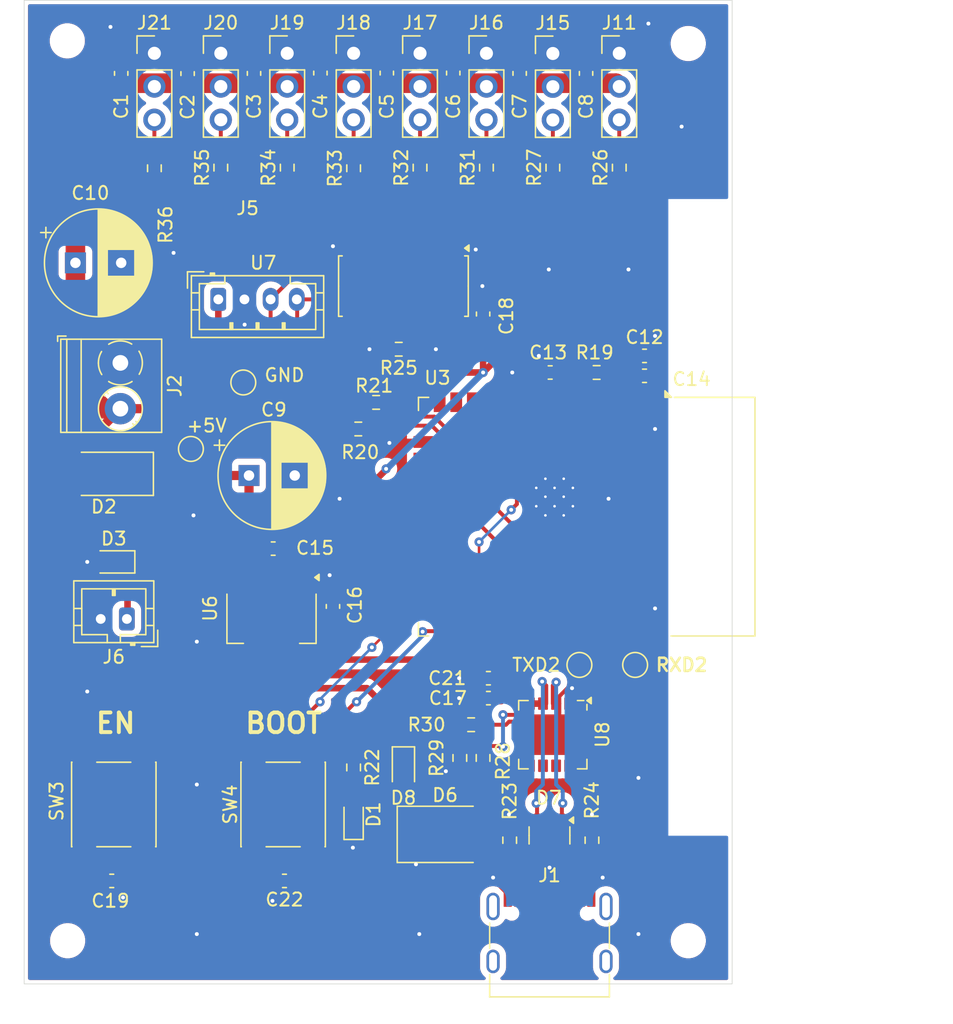
<source format=kicad_pcb>
(kicad_pcb (version 20240108) (generator "pcbnew") (generator_version "8.0")
  (layers (0 "F.Cu" signal) (31 "B.Cu" power) (34 "B.Paste" user) (35 "F.Paste" user) (36 "B.SilkS" user "B.Silkscreen") (37 "F.SilkS" user "F.Silkscreen") (38 "B.Mask" user) (39 "F.Mask" user) (44 "Edge.Cuts" user))
  (net 0 "")
  (net 1 "GND")
  (net 2 "+3.3V")
  (net 3 "+5V")
  (net 4 "/ESP32-VROOM32/EN")
  (net 5 "/Power/5V_USB")
  (net 6 "/ESP32-VROOM32/IO0")
  (net 7 "Net-(D1-A)")
  (net 8 "/USB to UART/VBUS")
  (net 9 "/USB to UART/USB_D+")
  (net 10 "/USB to UART/USB_D-")
  (net 12 "Net-(J1-CC1)")
  (net 16 "Net-(J1-CC2)")
  (net 19 "/ESP32-VROOM32/SDA")
  (net 20 "/ESP32-VROOM32/SCL")
  (net 21 "Net-(J11-Pin_3)")
  (net 22 "Net-(J15-Pin_3)")
  (net 23 "Net-(J16-Pin_3)")
  (net 24 "Net-(J17-Pin_3)")
  (net 25 "Net-(J18-Pin_3)")
  (net 26 "Net-(J19-Pin_3)")
  (net 27 "Net-(J20-Pin_3)")
  (net 28 "Net-(J21-Pin_3)")
  (net 29 "Net-(U7-~{OE})")
  (net 30 "/Servos driver/PWM0")
  (net 31 "/Servos driver/PWM1")
  (net 32 "Net-(U8-~{RST})")
  (net 33 "/Servos driver/PWM2")
  (net 34 "/Servos driver/PWM3")
  (net 35 "/Servos driver/PWM4")
  (net 36 "/Servos driver/PWM5")
  (net 37 "/Servos driver/PWM6")
  (net 38 "/Servos driver/PWM7")
  (net 39 "/ESP32-VROOM32/TXD")
  (net 40 "/ESP32-VROOM32/RXD")
  (net 86 "RTS")
  (net 95 "DTR")
  (footprint "Diode_SMD:D_SOD-323" (layer "F.Cu") (at 150.171 116.772 -90)
    (property "Reference" "D8")
    (property "Value" "1N5819WS")
  )
  (footprint "Connector_USB:USB_C_Receptacle_G-Switch_GT-USB-7010ASV" (layer "F.Cu") (at 161.347 130.488)
    (property "Reference" "J1")
    (property "Value" "USB_C_Receptacle_USB2.0_16P")
  )
  (footprint "TestPoint:TestPoint_Pad_D1.5mm" (layer "F.Cu") (at 163.633 108.898)
    (property "Reference" "TXD2")
    (property "Value" "TestPoint")
  )
  (footprint "Capacitor_THT:CP_Radial_D8.0mm_P3.50mm" (layer "F.Cu") (at 138.358349 94.42)
    (property "Reference" "C9")
    (property "Value" "470uF")
  )
  (footprint "Package_DFN_QFN:QFN-28-1EP_5x5mm_P0.5mm_EP3.1x3.1mm" (layer "F.Cu") (at 161.597 114.232 -90)
    (property "Reference" "U8")
    (property "Value" "CP2102N-Axx-xQFN28")
  )
  (footprint "Resistor_SMD:R_0603_1608Metric" (layer "F.Cu") (at 158.299 122.297 -90)
    (property "Reference" "R23")
    (property "Value" "5K1")
  )
  (footprint "Connector_JST:JST_PH_B2B-PH-K_1x02_P2.00mm_Vertical" (layer "F.Cu") (at 129.016 105.384 180)
    (property "Reference" "J6")
    (property "Value" "Conn_01x02_Pin")
  )
  (footprint "Resistor_SMD:R_0603_1608Metric_Pad0.98x0.95mm_HandSolder" (layer "F.Cu") (at 148.082 88.832 180)
    (property "Reference" "R21")
    (property "Value" "4K7")
  )
  (footprint "Capacitor_THT:CP_Radial_D8.0mm_P3.50mm" (layer "F.Cu") (at 125.081 78.164)
    (property "Reference" "C10")
    (property "Value" "470uF")
  )
  (footprint "Button_Switch_SMD:SW_Push_1P1T_NO_6x6mm_H9.5mm" (layer "F.Cu") (at 140.97 119.566 90)
    (property "Reference" "SW4")
    (property "Value" "SW_Push")
  )
  (footprint "Connector_PinHeader_2.54mm:PinHeader_1x03_P2.54mm_Vertical" (layer "F.Cu") (at 146.361 62.147)
    (property "Reference" "J18")
    (property "Value" "Conn_01x03_Pin")
  )
  (footprint "Capacitor_SMD:C_0603_1608Metric" (layer "F.Cu") (at 133.661 63.699 -90)
    (property "Reference" "C2")
    (property "Value" "22uF")
  )
  (footprint "Diode_SMD:D_SMB" (layer "F.Cu") (at 153.355 121.852)
    (property "Reference" "D6")
    (property "Value" "P6SMB6.8CA")
  )
  (footprint "Capacitor_SMD:C_0603_1608Metric_Pad1.08x0.95mm_HandSolder" (layer "F.Cu") (at 127.8585 125.408)
    (property "Reference" "C19")
    (property "Value" "0.1uF")
  )
  (footprint "Capacitor_SMD:C_0603_1608Metric" (layer "F.Cu") (at 128.581 63.684 -90)
    (property "Reference" "C1")
    (property "Value" "22uF")
  )
  (footprint "Package_SO:TSSOP-28_4.4x9.7mm_P0.65mm" (layer "F.Cu") (at 150.171 79.942 -90)
    (property "Reference" "U7")
    (property "Value" "PCA9685PW")
  )
  (footprint "Capacitor_SMD:C_0603_1608Metric" (layer "F.Cu") (at 138.741 63.684 -90)
    (property "Reference" "C3")
    (property "Value" "22uF")
  )
  (footprint "Connector_PinHeader_2.54mm:PinHeader_1x03_P2.54mm_Vertical" (layer "F.Cu") (at 151.441 62.147)
    (property "Reference" "J17")
    (property "Value" "Conn_01x03_Pin")
  )
  (footprint "Connector_PinHeader_2.54mm:PinHeader_1x03_P2.54mm_Vertical" (layer "F.Cu") (at 166.681 62.147)
    (property "Reference" "J11")
    (property "Value" "Conn_01x03_Pin")
  )
  (footprint "Resistor_SMD:R_0603_1608Metric_Pad0.98x0.95mm_HandSolder" (layer "F.Cu") (at 149.8135 84.768 180)
    (property "Reference" "R25")
    (property "Value" "10K")
  )
  (footprint "Resistor_SMD:R_0603_1608Metric" (layer "F.Cu") (at 164.592 122.297 90)
    (property "Reference" "R24")
    (property "Value" "5K1")
  )
  (footprint "MountingHole:MountingHole_2.2mm_M2" (layer "F.Cu") (at 124.4854 129.98)
    (property "Reference" "H4" (hide yes))
    (property "Value" "MountingHole")
  )
  (footprint "Resistor_SMD:R_0603_1608Metric_Pad0.98x0.95mm_HandSolder" (layer "F.Cu") (at 161.601 70.8865 90)
    (property "Reference" "R27")
    (property "Value" "220R")
  )
  (footprint "Resistor_SMD:R_0603_1608Metric_Pad0.98x0.95mm_HandSolder" (layer "F.Cu") (at 164.9495 86.546 180)
    (property "Reference" "R19")
    (property "Value" "10K")
  )
  (footprint "MountingHole:MountingHole_2.2mm_M2" (layer "F.Cu") (at 171.958 129.98)
    (property "Reference" "H3" (hide yes))
    (property "Value" "MountingHole")
  )
  (footprint "TestPoint:TestPoint_Pad_D1.5mm" (layer "F.Cu") (at 137.922 87.308)
    (property "Reference" "GND")
    (property "Value" "TestPoint")
  )
  (footprint "MountingHole:MountingHole_2.2mm_M2" (layer "F.Cu") (at 171.958 61.4)
    (property "Reference" "H2" (hide yes))
    (property "Value" "MountingHole")
  )
  (footprint "Resistor_SMD:R_0603_1608Metric_Pad0.98x0.95mm_HandSolder" (layer "F.Cu") (at 146.361 70.9335 90)
    (property "Reference" "R33")
    (property "Value" "220R")
  )
  (footprint "Capacitor_SMD:C_0603_1608Metric_Pad1.08x0.95mm_HandSolder" (layer "F.Cu") (at 141.0705 125.408 180)
    (property "Reference" "C22")
    (property "Value" "0.1uF")
  )
  (footprint "Diode_SMD:D_SOD-323" (layer "F.Cu") (at 128.016 101.024 180)
    (property "Reference" "D3")
    (property "Value" "1N5819WS")
  )
  (footprint "Capacitor_SMD:C_0603_1608Metric" (layer "F.Cu") (at 153.981 63.658 -90)
    (property "Reference" "C6")
    (property "Value" "22uF")
  )
  (footprint "Diode_SMD:D_SMA" (layer "F.Cu") (at 127.535 94.293 180)
    (property "Reference" "D2")
    (property "Value" "SS54")
  )
  (footprint "Resistor_SMD:R_0603_1608Metric_Pad0.98x0.95mm_HandSolder" (layer "F.Cu") (at 166.681 70.8865 90)
    (property "Reference" "R26")
    (property "Value" "220R")
  )
  (footprint "Resistor_SMD:R_0603_1608Metric_Pad0.98x0.95mm_HandSolder" (layer "F.Cu") (at 136.201 70.8865 90)
    (property "Reference" "R35")
    (property "Value" "220R")
  )
  (footprint "Connector_PinHeader_2.54mm:PinHeader_1x03_P2.54mm_Vertical" (layer "F.Cu") (at 141.281 62.147)
    (property "Reference" "J19")
    (property "Value" "Conn_01x03_Pin")
  )
  (footprint "LED_SMD:LED_0603_1608Metric_Pad1.05x0.95mm_HandSolder" (layer "F.Cu") (at 146.361 120.582 90)
    (property "Reference" "D1")
    (property "Value" "LED")
  )
  (footprint "Capacitor_SMD:C_0603_1608Metric" (layer "F.Cu") (at 143.821 63.658 -90)
    (property "Reference" "C4")
    (property "Value" "22uF")
  )
  (footprint "MountingHole:MountingHole_2.2mm_M2" (layer "F.Cu") (at 124.46 61.1968)
    (property "Reference" "H1" (hide yes))
    (property "Value" "MountingHole")
  )
  (footprint "TerminalBlock_Phoenix:TerminalBlock_Phoenix_PT-1,5-2-3.5-H_1x02_P3.50mm_Horizontal" (layer "F.Cu") (at 128.519 85.812 -90)
    (property "Reference" "J2")
    (property "Value" "Screw_Terminal_01x02")
  )
  (footprint "Capacitor_SMD:C_0603_1608Metric_Pad1.08x0.95mm_HandSolder" (layer "F.Cu") (at 168.6125 86.8)
    (property "Reference" "C14")
    (property "Value" "0.1uF")
  )
  (footprint "Capacitor_SMD:C_0603_1608Metric" (layer "F.Cu") (at 164.141 63.684 -90)
    (property "Reference" "C8")
    (property "Value" "22uF")
  )
  (footprint "Capacitor_SMD:C_0603_1608Metric" (layer "F.Cu") (at 159.061 63.684 -90)
    (property "Reference" "C7")
    (property "Value" "22uF")
  )
  (footprint "Resistor_SMD:R_0603_1608Metric_Pad0.98x0.95mm_HandSolder" (layer "F.Cu") (at 146.361 116.7345 -90)
    (property "Reference" "R22")
    (property "Value" "2K")
  )
  (footprint "Package_TO_SOT_SMD:SOT-23" (layer "F.Cu") (at 161.343 121.9305 -90)
    (property "Reference" "D7")
    (property "Value" "SM712_SOT23")
  )
  (footprint "Resistor_SMD:R_0603_1608Metric_Pad0.98x0.95mm_HandSolder" (layer "F.Cu") (at 156.263 116.01 -90)
    (property "Reference" "R28")
    (property "Value" "22K")
  )
  (footprint "Capacitor_SMD:C_0603_1608Metric" (layer "F.Cu") (at 140.209 100.008)
    (property "Reference" "C15")
    (property "Value" "22uF")
  )
  (footprint "Resistor_SMD:R_0603_1608Metric_Pad0.98x0.95mm_HandSolder" (layer "F.Cu") (at 155.3505 113.47)
    (property "Reference" "R30")
    (property "Value" "2K")
  )
  (footprint "Resistor_SMD:R_0603_1608Metric_Pad0.98x0.95mm_HandSolder" (layer "F.Cu") (at 141.281 70.8865 90)
    (property "Reference" "R34")
    (property "Value" "220R")
  )
  (footprint "Capacitor_SMD:C_0603_1608Metric" (layer "F.Cu") (at 156.6705 111.438 180)
    (property "Reference" "C17")
    (property "Value" "22uF")
  )
  (footprint "Package_TO_SOT_SMD:SOT-223-3_TabPin2" (layer "F.Cu") (at 140.080349 105.342 -90)
    (property "Reference" "U6")
    (property "Value" "AMS1117-3.3")
  )
  (footprint "Connector_JST:JST_PH_B4B-PH-K_1x04_P2.00mm_Vertical" (layer "F.Cu") (at 136.011 80.958)
    (property "Reference" "J5")
    (property "Value" "Conn_01x04_Socket")
  )
  (footprint "Connector_PinHeader_2.54mm:PinHeader_1x03_P2.54mm_Vertical" (layer "F.Cu") (at 161.601 62.162)
    (property "Reference" "J15")
    (property "Value" "Conn_01x03_Pin")
  )
  (footprint "Resistor_SMD:R_0603_1608Metric_Pad0.98x0.95mm_HandSolder" (layer "F.Cu") (at 156.521 70.8865 90)
    (property "Reference" "R31")
    (property "Value" "220R")
  )
  (footprint "RF_Module:ESP32-WROOM-32D" (layer "F.Cu") (at 161.201 97.568 -90)
    (property "Reference" "U3")
    (property "Value" "ESP32-WROOM-32E")
  )
  (footprint "Capacitor_SMD:C_0603_1608Metric" (layer "F.Cu") (at 168.6125 85.276)
    (property "Reference" "C12")
    (property "Value" "22uF")
  )
  (footprint "Resistor_SMD:R_0603_1608Metric_Pad0.98x0.95mm_HandSolder" (layer "F.Cu") (at 131.121 70.9335 90)
    (property "Reference" "R36")
    (property "Value" "220R")
  )
  (footprint "Capacitor_SMD:C_0603_1608Metric" (layer "F.Cu") (at 148.901 63.658 -90)
    (property "Reference" "C5")
    (property "Value" "22uF")
  )
  (footprint "Capacitor_SMD:C_0603_1608Metric_Pad1.08x0.95mm_HandSolder" (layer "F.Cu") (at 156.6705 109.914 180)
    (property "Reference" "C21")
    (property "Value" "0.1uF")
  )
  (footprint "Capacitor_SMD:C_0603_1608Metric_Pad1.08x0.95mm_HandSolder" (layer "F.Cu") (at 156.267 82.0745 90)
    (property "Reference" "C18")
    (property "Value" "10uF")
  )
  (footprint "Capacitor_SMD:C_0603_1608Metric" (layer "F.Cu") (at 144.781 104.4265 90)
    (property "Reference" "C16")
    (property "Value" "22uF")
  )
  (footprint "Resistor_SMD:R_0603_1608Metric_Pad0.98x0.95mm_HandSolder" (layer "F.Cu") (at 154.485 116.01 -90)
    (property "Reference" "R29")
    (property "Value" "47K")
  )
  (footprint "TestPoint:TestPoint_Pad_D1.5mm" (layer "F.Cu") (at 133.915 92.388 90)
    (property "Reference" "+5V")
    (property "Value" "TestPoint")
  )
  (footprint "Connector_PinHeader_2.54mm:PinHeader_1x03_P2.54mm_Vertical" (layer "F.Cu") (at 156.521 62.147)
    (property "Reference" "J16")
    (property "Value" "Conn_01x03_Pin")
  )
  (footprint "Resistor_SMD:R_0603_1608Metric_Pad0.98x0.95mm_HandSolder" (layer "F.Cu") (at 146.7185 90.864)
    (property "Reference" "R20")
    (property "Value" "4K7")
  )
  (footprint "Resistor_SMD:R_0603_1608Metric_Pad0.98x0.95mm_HandSolder" (layer "F.Cu") (at 151.441 70.8865 90)
    (property "Reference" "R32")
    (property "Value" "220R")
  )
  (footprint "Connector_PinHeader_2.54mm:PinHeader_1x03_P2.54mm_Vertical" (layer "F.Cu") (at 131.121 62.147)
    (property "Reference" "J21")
    (property "Value" "Conn_01x03_Pin")
  )
  (footprint "Button_Switch_SMD:SW_Push_1P1T_NO_6x6mm_H9.5mm" (layer "F.Cu") (at 128.016 119.566 -90)
    (property "Reference" "SW3")
    (property "Value" "SW_Push")
  )
  (footprint "Capacitor_SMD:C_0603_1608Metric_Pad1.08x0.95mm_HandSolder" (layer "F.Cu") (at 161.3965 86.546 180)
    (property "Reference" "C13")
    (property "Value" "0.1uF")
  )
  (footprint "Connector_PinHeader_2.54mm:PinHeader_1x03_P2.54mm_Vertical" (layer "F.Cu") (at 136.201 62.147)
    (property "Reference" "J20")
    (property "Value" "Conn_01x03_Pin")
  )
  (footprint "TestPoint:TestPoint_Pad_D1.5mm" (layer "F.Cu") (at 167.894 108.898)
    (property "Reference" "RXD2")
    (property "Value" "TestPoint")
  )
  (gr_rect (start 121.158 58.098) (end 175.317 133.282) (stroke (width 0.05)) (fill none) (layer "Edge.Cuts"))
  (gr_text "EN" (at 126.492 114.232 0) (layer "F.SilkS") (effects (font (size 1.5 1.5) (thickness 0.3) (bold yes)) (justify left bottom)))
  (gr_text "BOOT" (at 137.922 114.232 0) (layer "F.SilkS") (effects (font (size 1.5 1.5) (thickness 0.3) (bold yes)) (justify left bottom)))
  (segment (start 162.097 113.732) (end 161.597 114.232) (width 0.3) (layer "F.Cu") (net 1))
  (segment (start 130.266 123.541) (end 130.266 123.863) (width 0.7) (layer "F.Cu") (net 1))
  (segment (start 152.446 84.56) (end 152.446 82.8045) (width 0.5) (layer "F.Cu") (net 1))
  (segment (start 169.451 104.613) (end 169.451 106.318) (width 0.5) (layer "F.Cu") (net 1))
  (segment (start 153.5195 116.9225) (end 153.416 117.026) (width 0.5) (layer "F.Cu") (net 1))
  (segment (start 138.72 123.541) (end 138.72 123.92) (width 0.7) (layer "F.Cu") (net 1))
  (segment (start 169.418 104.58) (end 169.451 104.613) (width 0.5) (layer "F.Cu") (net 1))
  (segment (start 162.097 111.296904) (end 162.097 111.857) (width 0.3) (layer "F.Cu") (net 1))
  (segment (start 155.808 109.914) (end 155.808 111.438) (width 0.5) (layer "F.Cu") (net 1))
  (segment (start 126.966 105.334) (end 127.016 105.384) (width 0.5) (layer "F.Cu") (net 1))
  (segment (start 149.1708 91.858) (end 151.691 91.858) (width 0.5) (layer "F.Cu") (net 1))
  (segment (start 130.266 123.541) (end 130.266 115.591) (width 0.3) (layer "F.Cu") (net 1))
  (segment (start 158.147 126.272) (end 157.029 125.154) (width 0.5) (layer "F.Cu") (net 1))
  (segment (start 151.796 77.0795) (end 155.6335 77.0795) (width 0.5) (layer "F.Cu") (net 1))
  (segment (start 161.343 124.388) (end 161.347 124.392) (width 0.5) (layer "F.Cu") (net 1))
  (segment (start 161.343 122.868) (end 161.343 124.388) (width 0.5) (layer "F.Cu") (net 1))
  (segment (start 151.796 83.91) (end 151.796 82.8045) (width 0.5) (layer "F.Cu") (net 1))
  (segment (start 164.547 126.018) (end 165.411 125.154) (width 0.5) (layer "F.Cu") (net 1))
  (segment (start 152.654 84.768) (end 152.446 84.56) (width 0.5) (layer "F.Cu") (net 1))
  (segment (start 162.097 111.857) (end 162.097 113.732) (width 0.3) (layer "F.Cu") (net 1))
  (segment (start 155.6335 77.0795) (end 155.702 77.148) (width 0.5) (layer "F.Cu") (net 1))
  (segment (start 158.147 126.763) (end 158.147 126.272) (width 0.5) (layer "F.Cu") (net 1))
  (segment (start 156.267 79.999) (end 156.21 79.942) (width 0.5) (layer "F.Cu") (net 1))
  (segment (start 145.946 77.0795) (end 144.9655 77.0795) (width 0.5) (layer "F.Cu") (net 1))
  (segment (start 158.299 120.385) (end 158.242 120.328) (width 0.5) (layer "F.Cu") (net 1))
  (segment (start 169.475 88.794) (end 169.451 88.818) (width 0.5) (layer "F.Cu") (net 1))
  (segment (start 138.72 123.92) (end 140.208 125.408) (width 0.7) (layer "F.Cu") (net 1))
  (segment (start 137.922 81.047) (end 138.011 80.958) (width 0.5) (layer "F.Cu") (net 1))
  (segment (start 154.485 116.9225) (end 153.5195 116.9225) (width 0.5) (layer "F.Cu") (net 1))
  (segment (start 169.418 90.864) (end 169.451 90.831) (width 0.5) (layer "F.Cu") (net 1))
  (segment (start 169.475 85.276) (end 169.475 88.794) (width 0.5) (layer "F.Cu") (net 1))
  (segment (start 164.547 126.763) (end 164.547 126.018) (width 0.5) (layer "F.Cu") (net 1))
  (segment (start 162.717904 110.676) (end 162.097 111.296904) (width 0.3) (layer "F.Cu") (net 1))
  (segment (start 152.654 84.768) (end 151.796 83.91) (width 0.5) (layer "F.Cu") (net 1))
  (segment (start 156.267 81.212) (end 156.267 79.999) (width 0.5) (layer "F.Cu") (net 1))
  (segment (start 169.418 83.752) (end 169.475 83.809) (width 0.5) (layer "F.Cu") (net 1))
  (segment (start 149.098 91.9308) (end 149.1708 91.858) (width 0.5) (layer "F.Cu") (net 1))
  (segment (start 138.72 123.541) (end 138.72 115.591) (width 0.3) (layer "F.Cu") (net 1))
  (segment (start 163.068 110.676) (end 162.717904 110.676) (width 0.3) (layer "F.Cu") (net 1))
  (segment (start 144.9655 77.0795) (end 144.78 76.894) (width 0.5) (layer "F.Cu") (net 1))
  (segment (start 130.266 123.863) (end 128.721 125.408) (width 0.7) (layer "F.Cu") (net 1))
  (segment (start 128.581 85.75) (end 128.519 85.812) (width 0.2) (layer "F.Cu") (net 1))
  (via (at 168.148 117.534) (size 0.7) (drill 0.3) (layers "F.Cu" "B.Cu") (net 1))
  (via (at 145.288 96.198) (size 0.7) (drill 0.3) (layers "F.Cu" "B.Cu") (net 1))
  (via (at 127.762 60.13) (size 0.7) (drill 0.3) (layers "F.Cu" "B.Cu") (net 1))
  (via (at 132.588 77.402) (size 0.7) (drill 0.3) (layers "F.Cu" "B.Cu") (net 1))
  (via (at 163.068 110.676) (size 0.7) (drill 0.3) (layers "F.Cu" "B.Cu") (net 1))
  (via (at 152.654 84.768) (size 0.7) (drill 0.3) (layers "F.Cu" "B.Cu") (net 1))
  (via (at 146.304 122.868) (size 0.7) (drill 0.3) (layers "F.Cu" "B.Cu") (net 1))
  (via (at 158.242 120.328) (size 0.7) (drill 0.3) (layers "F.Cu" "B.Cu") (net 1))
  (via (at 134.112 97.468) (size 0.7) (drill 0.3) (layers "F.Cu" "B.Cu") (net 1))
  (via (at 134.366 107.12) (size 0.7) (drill 0.3) (layers "F.Cu" "B.Cu") (net 1))
  (via (at 134.366 129.472) (size 0.7) (drill 0.3) (layers "F.Cu" "B.Cu") (net 1))
  (via (at 157.029 125.154) (size 0.7) (drill 0.3) (layers "F.Cu" "B.Cu") (net 1))
  (via (at 158.496 86.546) (size 0.7) (drill 0.3) (layers "F.Cu" "B.Cu") (net 1))
  (via (at 125.984 101.024) (size 0.7) (drill 0.3) (layers "F.Cu" "B.Cu") (net 1))
  (via (at 149.098 91.9308) (size 0.7) (drill 0.3) (layers "F.Cu" "B.Cu") (net 1))
  (via (at 165.411 125.154) (size 0.7) (drill 0.3) (layers "F.Cu" "B.Cu") (net 1))
  (via (at 167.386 78.672) (size 0.7) (drill 0.3) (layers "F.Cu" "B.Cu") (net 1))
  (via (at 128.721 126.678) (size 0.7) (drill 0.3) (layers "F.Cu" "B.Cu") (net 1))
  (via (at 144.78 76.894) (size 0.7) (drill 0.3) (layers "F.Cu" "B.Cu") (net 1))
  (via (at 168.91 59.876) (size 0.7) (drill 0.3) (layers "F.Cu" "B.Cu") (net 1))
  (via (at 161.347 124.392) (size 0.7) (drill 0.3) (layers "F.Cu" "B.Cu") (net 1))
  (via (at 169.418 83.752) (size 0.7) (drill 0.3) (layers "F.Cu" "B.Cu") (net 1))
  (via (at 155.702 77.148) (size 0.7) (drill 0.3) (layers "F.Cu" "B.Cu") (net 1))
  (via (at 134.366 118.042) (size 0.7) (drill 0.3) (layers "F.Cu" "B.Cu") (net 1))
  (via (at 164.592 120.328) (size 0.7) (drill 0.3) (layers "F.Cu" "B.Cu") (net 1))
  (via (at 140.151 126.932) (size 0.7) (drill 0.3) (layers "F.Cu" "B.Cu") (net 1))
  (via (at 171.45 67.75) (size 0.7) (drill 0.3) (layers "F.Cu" "B.Cu") (net 1))
  (via (at 151.384 129.472) (size 0.7) (drill 0.3) (layers "F.Cu" "B.Cu") (net 1))
  (via (at 165.862 96.198) (size 0.7) (drill 0.3) (layers "F.Cu" "B.Cu") (net 1))
  (via (at 151.13 124.138) (size 0.7) (drill 0.3) (layers "F.Cu" "B.Cu") (net 1))
  (via (at 169.418 104.58) (size 0.7) (drill 0.3) (layers "F.Cu" "B.Cu") (net 1))
  (via (at 138.0236 82.8884) (size 0.7) (drill 0.3) (layers "F.Cu" "B.Cu") (net 1))
  (via (at 144.526 102.04) (size 0.7) (drill 0.3) (layers "F.Cu" "B.Cu") (net 1))
  (via (at 153.416 117.026) (size 0.7) (drill 0.3) (layers "F.Cu" "B.Cu") (net 1))
  (via (at 161.29 78.672) (size 0.7) (drill 0.3) (layers "F.Cu" "B.Cu") (net 1))
  (via (at 160.528 85.276) (size 0.7) (drill 0.3) (layers "F.Cu" "B.Cu") (net 1))
  (via (at 154.432 109.914) (size 0.7) (drill 0.3) (layers "F.Cu" "B.Cu") (net 1))
  (via (at 154.432 111.438) (size 0.7) (drill 0.3) (layers "F.Cu" "B.Cu") (net 1))
  (via (at 156.21 79.942) (size 0.7) (drill 0.3) (layers "F.Cu" "B.Cu") (net 1))
  (via (at 168.148 129.472) (size 0.7) (drill 0.3) (layers "F.Cu" "B.Cu") (net 1))
  (via (at 147.574 84.768) (size 0.7) (drill 0.3) (layers "F.Cu" "B.Cu") (net 1))
  (via (at 169.418 90.864) (size 0.7) (drill 0.3) (layers "F.Cu" "B.Cu") (net 1))
  (via (at 125.984 110.93) (size 0.7) (drill 0.3) (layers "F.Cu" "B.Cu") (net 1))
  (segment (start 157.533 111.438) (end 158.496 111.438) (width 0.5) (layer "F.Cu") (net 2))
  (segment (start 167.49 85.016) (end 167.75 85.276) (width 0.5) (layer "F.Cu") (net 2))
  (segment (start 155.314 112.391) (end 156.58 112.391) (width 0.3) (layer "F.Cu") (net 2))
  (segment (start 156.111 108.492) (end 157.533 109.914) (width 0.5) (layer "F.Cu") (net 2))
  (segment (start 140.080349 108.492) (end 144.526 108.492) (width 0.5) (layer "F.Cu") (net 2))
  (segment (start 158.915 111.857) (end 160.497 111.857) (width 0.5) (layer "F.Cu") (net 2))
  (segment (start 156.267 82.937) (end 156.32 82.937) (width 0.5) (layer "F.Cu") (net 2))
  (segment (start 148.139 94.928) (end 149.606 96.395) (width 0.5) (layer "F.Cu") (net 2))
  (segment (start 157.533 109.914) (end 157.533 111.438) (width 0.5) (layer "F.Cu") (net 2))
  (segment (start 145.186 108.492) (end 144.526 108.492) (width 0.5) (layer "F.Cu") (net 2))
  (segment (start 167.75 85.386) (end 167.75 86.8) (width 0.5) (layer "F.Cu") (net 2))
  (segment (start 167.75 86.8) (end 167.75 85.276) (width 0.5) (layer "F.Cu") (net 2))
  (segment (start 158.807 84.006) (end 165.862 84.006) (width 0.5) (layer "F.Cu") (net 2))
  (segment (start 168.181 87.231) (end 167.75 86.8) (width 0.5) (layer "F.Cu") (net 2))
  (segment (start 156.267 86.546) (end 158.807 84.006) (width 0.5) (layer "F.Cu") (net 2))
  (segment (start 154.438 113.267) (end 155.314 112.391) (width 0.3) (layer "F.Cu") (net 2))
  (segment (start 148.139 94.928) (end 148.139 94.674) (width 0.5) (layer "F.Cu") (net 2))
  (segment (start 145.806 92.595) (end 145.806 91.118) (width 0.3) (layer "F.Cu") (net 2))
  (segment (start 156.58 112.391) (end 157.533 111.438) (width 0.3) (layer "F.Cu") (net 2))
  (segment (start 151.441 86.546) (end 156.267 86.546) (width 0.5) (layer "F.Cu") (net 2))
  (segment (start 148.139 94.674) (end 148.844 93.969) (width 0.5) (layer "F.Cu") (net 2))
  (segment (start 154.438 113.47) (end 154.438 113.267) (width 0.3) (layer "F.Cu") (net 2))
  (segment (start 158.496 111.438) (end 158.915 111.857) (width 0.5) (layer "F.Cu") (net 2))
  (segment (start 148.139 94.928) (end 145.806 92.595) (width 0.3) (layer "F.Cu") (net 2))
  (segment (start 156.267 82.937) (end 154.5285 82.937) (width 0.5) (layer "F.Cu") (net 2))
  (segment (start 154.5285 82.937) (end 154.396 82.8045) (width 0.5) (layer "F.Cu") (net 2))
  (segment (start 144.78 108.492) (end 156.111 108.492) (width 0.5) (layer "F.Cu") (net 2))
  (segment (start 149.155 88.832) (end 151.441 86.546) (width 0.5) (layer "F.Cu") (net 2))
  (segment (start 165.862 85.022) (end 165.862 86.546) (width 0.5) (layer "F.Cu") (net 2))
  (segment (start 149.606 96.395) (end 149.606 104.072) (width 0.5) (layer "F.Cu") (net 2))
  (segment (start 148.901 93.912) (end 148.901 93.912) (width 0.5) (layer "F.Cu") (net 2))
  (segment (start 166.37 84.006) (end 167.75 85.386) (width 0.5) (layer "F.Cu") (net 2))
  (segment (start 165.862 84.006) (end 166.37 84.006) (width 0.5) (layer "F.Cu") (net 2))
  (segment (start 156.267 84.768) (end 156.267 82.937) (width 0.5) (layer "F.Cu") (net 2))
  (segment (start 168.181 88.818) (end 168.181 87.231) (width 0.5) (layer "F.Cu") (net 2))
  (segment (start 144.526 108.492) (end 144.78 108.492) (width 0.5) (layer "F.Cu") (net 2))
  (segment (start 149.606 104.072) (end 145.186 108.492) (width 0.5) (layer "F.Cu") (net 2))
  (segment (start 148.844 93.969) (end 148.844 93.912) (width 0.5) (layer "F.Cu") (net 2))
  (segment (start 156.267 86.546) (end 156.267 84.768) (width 0.5) (layer "F.Cu") (net 2))
  (segment (start 148.844 93.912) (end 148.901 93.912) (width 0.5) (layer "F.Cu") (net 2))
  (segment (start 164.846 84.006) (end 165.862 85.022) (width 0.5) (layer "F.Cu") (net 2))
  (via (at 148.844 93.912) (size 0.7) (drill 0.3) (layers "F.Cu" "B.Cu") (net 2))
  (via (at 156.267 86.546) (size 0.7) (drill 0.3) (layers "F.Cu" "B.Cu") (net 2))
  (segment (start 156.267 86.546) (end 148.901 93.912) (width 0.5) (layer "B.Cu") (net 2))
  (segment (start 125.535 94.293) (end 125.535 92.296) (width 0.7) (layer "F.Cu") (net 3))
  (segment (start 128.596 64.433) (end 133.604 64.433) (width 1.5) (layer "F.Cu") (net 3))
  (segment (start 125.535 92.296) (end 128.519 89.312) (width 0.7) (layer "F.Cu") (net 3))
  (segment (start 125.081 67.948) (end 128.596 64.433) (width 1.5) (layer "F.Cu") (net 3))
  (segment (start 127.226 89.312) (end 125.081 87.167) (width 1.5) (layer "F.Cu") (net 3))
  (segment (start 128.519 89.312) (end 130.839 89.312) (width 0.7) (layer "F.Cu") (net 3))
  (segment (start 166.427 64.433) (end 166.453 64.459) (width 1.5) (layer "F.Cu") (net 3))
  (segment (start 130.839 89.312) (end 136.011 84.14) (width 0.5) (layer "F.Cu") (net 3))
  (segment (start 130.839 89.312) (end 133.915 92.388) (width 0.7) (layer "F.Cu") (net 3))
  (segment (start 128.519 89.312) (end 127.226 89.312) (width 1.5) (layer "F.Cu") (net 3))
  (segment (start 125.081 87.167) (end 125.081 78.164) (width 1.5) (layer "F.Cu") (net 3))
  (segment (start 166.453 64.459) (end 166.681 64.687) (width 0.7) (layer "F.Cu") (net 3))
  (segment (start 136.011 84.14) (end 136.011 80.958) (width 0.5) (layer "F.Cu") (net 3))
  (segment (start 125.081 78.164) (end 125.081 67.948) (width 1.5) (layer "F.Cu") (net 3))
  (segment (start 133.604 64.433) (end 166.427 64.433) (width 1.5) (layer "F.Cu") (net 3))
  (segment (start 133.604 64.433) (end 133.661 64.376) (width 0.5) (layer "F.Cu") (net 3))
  (segment (start 143.7925 111.7205) (end 142.551 112.962) (width 0.3) (layer "F.Cu") (net 4))
  (segment (start 147.758 107.558) (end 150.482 104.834) (width 0.2) (layer "F.Cu") (net 4))
  (segment (start 128.395 112.962) (end 125.766 115.591) (width 0.3) (layer "F.Cu") (net 4))
  (segment (start 125.766 115.591) (end 125.766 123.541) (width 0.3) (layer "F.Cu") (net 4))
  (segment (start 166.423 90.356) (end 166.911 89.868) (width 0.3) (layer "F.Cu") (net 4))
  (segment (start 150.482 104.834) (end 152.4 104.834) (width 0.2) (layer "F.Cu") (net 4))
  (segment (start 163.068 86.8) (end 163.068 86.546) (width 0.3) (layer "F.Cu") (net 4))
  (segment (start 166.911 89.868) (end 166.911 88.818) (width 0.3) (layer "F.Cu") (net 4))
  (segment (start 158.355975 97.043025) (end 158.412975 97.043025) (width 0.3) (layer "F.Cu") (net 4))
  (segment (start 126.996 125.408) (end 126.996 124.771) (width 0.3) (layer "F.Cu") (net 4))
  (segment (start 166.911 88.818) (end 166.911 87.768) (width 0.3) (layer "F.Cu") (net 4))
  (segment (start 166.705 87.562) (end 163.83 87.562) (width 0.3) (layer "F.Cu") (net 4))
  (segment (start 158.412975 97.043025) (end 158.8516 96.6044) (width 0.3) (layer "F.Cu") (net 4))
  (segment (start 158.299 96.98605) (end 158.355975 97.043025) (width 0.3) (layer "F.Cu") (net 4))
  (segment (start 142.551 112.962) (end 128.395 112.962) (width 0.3) (layer "F.Cu") (net 4))
  (segment (start 163.83 87.562) (end 163.068 86.8) (width 0.3) (layer "F.Cu") (net 4))
  (segment (start 164.037 86.546) (end 163.068 86.546) (width 0.3) (layer "F.Cu") (net 4))
  (segment (start 163.068 86.546) (end 162.259 86.546) (width 0.3) (layer "F.Cu") (net 4))
  (segment (start 158.8516 93.5564) (end 162.052 90.356) (width 0.3) (layer "F.Cu") (net 4))
  (segment (start 158.8516 96.6044) (end 158.8516 93.5564) (width 0.3) (layer "F.Cu") (net 4))
  (segment (start 155.956 101.278) (end 155.956 99.5) (width 0.2) (layer "F.Cu") (net 4))
  (segment (start 126.996 124.771) (end 125.766 123.541) (width 0.3) (layer "F.Cu") (net 4))
  (segment (start 162.052 90.356) (end 166.423 90.356) (width 0.3) (layer "F.Cu") (net 4))
  (segment (start 166.911 87.768) (end 166.705 87.562) (width 0.3) (layer "F.Cu") (net 4))
  (segment (start 152.4 104.834) (end 155.956 101.278) (width 0.2) (layer "F.Cu") (net 4))
  (via (at 147.758 107.558) (size 0.7) (drill 0.3) (layers "F.Cu" "B.Cu") (net 4))
  (via (at 155.956 99.5) (size 0.7) (drill 0.3) (layers "F.Cu" "B.Cu") (net 4))
  (via (at 143.7925 111.7205) (size 0.7) (drill 0.3) (layers "F.Cu" "B.Cu") (net 4))
  (via (at 158.412975 97.043025) (size 0.7) (drill 0.3) (layers "F.Cu" "B.Cu") (net 4))
  (segment (start 143.7925 111.5235) (end 147.758 107.558) (width 0.2) (layer "B.Cu") (net 4))
  (segment (start 158.412975 97.100025) (end 158.299 97.214) (width 0.2) (layer "B.Cu") (net 4))
  (segment (start 143.7925 111.7205) (end 143.7925 111.5235) (width 0.2) (layer "B.Cu") (net 4))
  (segment (start 155.956 99.5) (end 158.412975 97.043025) (width 0.2) (layer "B.Cu") (net 4))
  (segment (start 158.412975 97.043025) (end 158.412975 97.100025) (width 0.2) (layer "B.Cu") (net 4))
  (segment (start 138.358349 94.42) (end 138.358349 96.126349) (width 0.7) (layer "F.Cu") (net 5))
  (segment (start 150.071 115.822) (end 150.171 115.722) (width 0.5) (layer "F.Cu") (net 5))
  (segment (start 130.269 94.42) (end 138.358349 94.42) (width 0.7) (layer "F.Cu") (net 5))
  (segment (start 129.535 100.555) (end 129.066 101.024) (width 0.5) (layer "F.Cu") (net 5))
  (segment (start 138.358349 96.126349) (end 139.3465 97.1145) (width 0.7) (layer "F.Cu") (net 5))
  (segment (start 129.535 94.293) (end 129.535 100.555) (width 0.5) (layer "F.Cu") (net 5))
  (segment (start 139.3465 97.1145) (end 139.3465 100.008) (width 0.7) (layer "F.Cu") (net 5))
  (segment (start 137.16 109.66) (end 138.176 110.676) (width 0.5) (layer "F.Cu") (net 5))
  (segment (start 137.780349 102.192) (end 137.780349 101.574151) (width 0.5) (layer "F.Cu") (net 5))
  (segment (start 146.361 115.822) (end 150.071 115.822) (width 0.3) (layer "F.Cu") (net 5))
  (segment (start 137.628349 102.04) (end 137.780349 102.192) (width 0.5) (layer "F.Cu") (net 5))
  (segment (start 146.461 115.722) (end 146.361 115.822) (width 0.5) (layer "F.Cu") (net 5))
  (segment (start 150.171 113.47) (end 150.171 115.722) (width 0.5) (layer "F.Cu") (net 5))
  (segment (start 129.535 93.686) (end 130.269 94.42) (width 0.7) (layer "F.Cu") (net 5))
  (segment (start 137.16 109.66) (end 137.16 108.5424) (width 0.5) (layer "F.Cu") (net 5))
  (segment (start 129.089 94.739) (end 129.535 94.293) (width 0.5) (layer "F.Cu") (net 5))
  (segment (start 138.176 110.676) (end 147.377 110.676) (width 0.5) (layer "F.Cu") (net 5))
  (segment (start 129.066 101.024) (end 129.066 105.334) (width 0.5) (layer "F.Cu") (net 5))
  (segment (start 129.066 105.334) (end 129.016 105.384) (width 0.5) (layer "F.Cu") (net 5))
  (segment (start 147.377 110.676) (end 150.171 113.47) (width 0.5) (layer "F.Cu") (net 5))
  (segment (start 143.22 123.541) (end 143.22 124.121) (width 0.3) (layer "F.Cu") (net 6))
  (segment (start 151.678 106.318) (end 151.638 106.358) (width 0.3) (layer "F.Cu") (net 6))
  (segment (start 143.22 124.121) (end 141.933 125.408) (width 0.3) (layer "F.Cu") (net 6))
  (segment (start 152.901 106.358) (end 152.941 106.318) (width 0.3) (layer "F.Cu") (net 6))
  (segment (start 143.22 115.03) (end 143.22 115.591) (width 0.3) (layer "F.Cu") (net 6))
  (segment (start 152.941 106.318) (end 151.678 106.318) (width 0.3) (layer "F.Cu") (net 6))
  (segment (start 146.5295 111.7205) (end 143.22 115.03) (width 0.3) (layer "F.Cu") (net 6))
  (segment (start 143.22 123.541) (end 143.22 115.591) (width 0.3) (layer "F.Cu") (net 6))
  (segment (start 146.5865 111.7205) (end 146.5295 111.7205) (width 0.3) (layer "F.Cu") (net 6))
  (via (at 151.638 106.358) (size 0.7) (drill 0.3) (layers "F.Cu" "B.Cu") (net 6))
  (via (at 146.5865 111.7205) (size 0.7) (drill 0.3) (layers "F.Cu" "B.Cu") (net 6))
  (segment (start 146.5865 111.7205) (end 151.638 106.669) (width 0.3) (layer "B.Cu") (net 6))
  (segment (start 151.638 106.669) (end 151.638 106.358) (width 0.3) (layer "B.Cu") (net 6))
  (segment (start 146.361 117.647) (end 146.361 119.707) (width 0.3) (layer "F.Cu") (net 7))
  (segment (start 156.263 123.059) (end 156.263 116.9225) (width 0.5) (layer "F.Cu") (net 8))
  (segment (start 158.947 126.763) (end 158.947 125.743) (width 0.5) (layer "F.Cu") (net 8))
  (segment (start 158.049 112.716) (end 159.222 112.716) (width 0.3) (layer "F.Cu") (net 8))
  (segment (start 158.947 127.326) (end 160.077 128.456) (width 0.2) (layer "F.Cu") (net 8))
  (segment (start 156.263 115.0975) (end 154.485 115.0975) (width 0.3) (layer "F.Cu") (net 8))
  (segment (start 151.475 117.822) (end 155.505 121.852) (width 0.5) (layer "F.Cu") (net 8))
  (segment (start 158.041 112.708) (end 158.049 112.716) (width 0.3) (layer "F.Cu") (net 8))
  (segment (start 158.947 126.763) (end 158.947 127.326) (width 0.2) (layer "F.Cu") (net 8))
  (segment (start 156.263 115.0975) (end 157.74 115.0975) (width 0.3) (layer "F.Cu") (net 8))
  (segment (start 157.74 115.0975) (end 157.787 115.1445) (width 0.3) (layer "F.Cu") (net 8))
  (segment (start 156.263 115.0975) (end 156.263 116.9225) (width 0.3) (layer "F.Cu") (net 8))
  (segment (start 157.787 112.708) (end 158.041 112.708) (width 0.3) (layer "F.Cu") (net 8))
  (segment (start 163.747 127.418406) (end 163.747 126.763) (width 0.2) (layer "F.Cu") (net 8))
  (segment (start 162.709406 128.456) (end 163.747 127.418406) (width 0.2) (layer "F.Cu") (net 8))
  (segment (start 158.4555 125.2515) (end 156.263 123.059) (width 0.5) (layer "F.Cu") (net 8))
  (segment (start 160.077 128.456) (end 162.709406 128.456) (width 0.2) (layer "F.Cu") (net 8))
  (segment (start 158.947 125.743) (end 158.4555 125.2515) (width 0.5) (layer "F.Cu") (net 8))
  (segment (start 150.171 117.822) (end 151.475 117.822) (width 0.5) (layer "F.Cu") (net 8))
  (via (at 157.787 115.1445) (size 0.7) (drill 0.3) (layers "F.Cu" "B.Cu") (net 8))
  (via (at 157.787 112.708) (size 0.7) (drill 0.3) (layers "F.Cu" "B.Cu") (net 8))
  (segment (start 157.787 115.1445) (end 157.787 112.708) (width 0.3) (layer "B.Cu") (net 8))
  (segment (start 161.851 110.221) (end 161.597 110.475) (width 0.3) (layer "F.Cu") (net 9))
  (segment (start 161.412 127.948) (end 161.851 127.948) (width 0.3) (layer "F.Cu") (net 9))
  (segment (start 161.851 127.948) (end 162.097 127.702) (width 0.3) (layer "F.Cu") (net 9))
  (segment (start 161.097 126.763) (end 161.097 127.633) (width 0.3) (layer "F.Cu") (net 9))
  (segment (start 162.359 124.646) (end 162.359 121.344) (width 0.3) (layer "F.Cu") (net 9))
  (segment (start 161.597 110.475) (end 161.597 111.857) (width 0.3) (layer "F.Cu") (net 9))
  (segment (start 162.293 120.993) (end 162.293 119.535) (width 0.3) (layer "F.Cu") (net 9))
  (segment (start 162.097 126.763) (end 162.097 124.908) (width 0.3) (layer "F.Cu") (net 9))
  (segment (start 162.097 124.908) (end 162.359 124.646) (width 0.3) (layer "F.Cu") (net 9))
  (segment (start 162.097 127.702) (end 162.097 126.763) (width 0.3) (layer "F.Cu") (net 9))
  (segment (start 161.097 127.633) (end 161.412 127.948) (width 0.3) (layer "F.Cu") (net 9))
  (via (at 161.851 110.221) (size 0.7) (drill 0.3) (layers "F.Cu" "B.Cu") (net 9))
  (via (at 162.359 119.469) (size 0.7) (drill 0.3) (layers "F.Cu" "B.Cu") (net 9))
  (segment (start 161.851 110.221) (end 161.851 118.042) (width 0.3) (layer "B.Cu") (net 9))
  (segment (start 161.851 118.042) (end 162.359 118.55) (width 0.3) (layer "B.Cu") (net 9))
  (segment (start 162.359 118.55) (end 162.359 119.469) (width 0.3) (layer "B.Cu") (net 9))
  (segment (start 160.597 124.916) (end 160.393 124.712) (width 0.3) (layer "F.Cu") (net 10))
  (segment (start 160.597 125.916) (end 160.597 124.916) (width 0.3) (layer "F.Cu") (net 10))
  (segment (start 160.597 126.763) (end 160.597 125.916) (width 0.3) (layer "F.Cu") (net 10))
  (segment (start 161.097 110.483) (end 161.097 111.857) (width 0.3) (layer "F.Cu") (net 10))
  (segment (start 160.393 124.712) (end 160.393 121.344) (width 0.3) (layer "F.Cu") (net 10))
  (segment (start 160.393 120.993) (end 160.393 119.535) (width 0.3) (layer "F.Cu") (net 10))
  (segment (start 161.366 125.662) (end 160.851 125.662) (width 0.3) (layer "F.Cu") (net 10))
  (segment (start 160.851 125.662) (end 160.597 125.916) (width 0.3) (layer "F.Cu") (net 10))
  (segment (start 160.393 119.535) (end 160.327 119.469) (width 0.2) (layer "F.Cu") (net 10))
  (segment (start 161.597 126.763) (end 161.597 125.893) (width 0.3) (layer "F.Cu") (net 10))
  (segment (start 160.782 110.168) (end 161.097 110.483) (width 0.3) (layer "F.Cu") (net 10))
  (segment (start 161.597 125.893) (end 161.366 125.662) (width 0.3) (layer "F.Cu") (net 10))
  (via (at 160.327 119.469) (size 0.7) (drill 0.3) (layers "F.Cu" "B.Cu") (net 10))
  (via (at 160.782 110.168) (size 0.7) (drill 0.3) (layers "F.Cu" "B.Cu") (net 10))
  (segment (start 160.835 110.221) (end 160.835 118.042) (width 0.3) (layer "B.Cu") (net 10))
  (segment (start 160.835 118.042) (end 160.327 118.55) (width 0.3) (layer "B.Cu") (net 10))
  (segment (start 160.327 118.55) (end 160.327 119.469) (width 0.3) (layer "B.Cu") (net 10))
  (segment (start 160.782 110.168) (end 160.835 110.221) (width 0.3) (layer "B.Cu") (net 10))
  (segment (start 158.299 124.138) (end 158.299 123.122) (width 0.3) (layer "F.Cu") (net 12))
  (segment (start 160.097 126.763) (end 160.097 125.936) (width 0.3) (layer "F.Cu") (net 12))
  (segment (start 160.097 125.936) (end 158.299 124.138) (width 0.3) (layer "F.Cu") (net 12))
  (segment (start 164.592 124.298) (end 164.592 123.122) (width 0.3) (layer "F.Cu") (net 16))
  (segment (start 164.592 123.353) (end 164.592 123.122) (width 0.3) (layer "F.Cu") (net 16))
  (segment (start 163.097 125.793) (end 164.592 124.298) (width 0.3) (layer "F.Cu") (net 16))
  (segment (start 163.097 126.763) (end 163.097 125.793) (width 0.3) (layer "F.Cu") (net 16))
  (segment (start 153.219 95.386) (end 153.219 91.486) (width 0.3) (layer "F.Cu") (net 19))
  (segment (start 140.011 80.958) (end 142.043 78.926) (width 0.3) (layer "F.Cu") (net 19))
  (segment (start 140.011 83.244) (end 140.011 80.958) (width 0.3) (layer "F.Cu") (net 19))
  (segment (start 147.377 90.61) (end 140.011 83.244) (width 0.3) (layer "F.Cu") (net 19))
  (segment (start 153.219 91.486) (end 152.343 90.61) (width 0.3) (layer "F.Cu") (net 19))
  (segment (start 153.746 80.723) (end 153.746 82.8045) (width 0.3) (layer "F.Cu") (net 19))
  (segment (start 163.101 105.268) (end 153.219 95.386) (width 0.3) (layer "F.Cu") (net 19))
  (segment (start 152.343 90.61) (end 147.377 90.61) (width 0.3) (layer "F.Cu") (net 19))
  (segment (start 142.043 78.926) (end 151.949 78.926) (width 0.3) (layer "F.Cu") (net 19))
  (segment (start 163.101 106.318) (end 163.101 105.268) (width 0.3) (layer "F.Cu") (net 19))
  (segment (start 151.949 78.926) (end 153.746 80.723) (width 0.3) (layer "F.Cu") (net 19))
  (segment (start 153.981 91.372) (end 152.527 89.918) (width 0.3) (layer "F.Cu") (net 20))
  (segment (start 152.527 89.918) (end 147.701 89.918) (width 0.3) (layer "F.Cu") (net 20))
  (segment (start 153.981 93.658) (end 153.981 91.372) (width 0.3) (layer "F.Cu") (net 20))
  (segment (start 147.701 89.918) (end 142.043 84.26) (width 0.3) (layer "F.Cu") (net 20))
  (segment (start 153.096 82.067001) (end 153.096 82.8045) (width 0.3) (layer "F.Cu") (net 20))
  (segment (start 151.986999 80.958) (end 153.096 82.067001) (width 0.3) (layer "F.Cu") (net 20))
  (segment (start 142.043 81.633106) (end 142.364553 81.311553) (width 0.3) (layer "F.Cu") (net 20))
  (segment (start 142.011 80.958) (end 151.986999 80.958) (width 0.3) (layer "F.Cu") (net 20))
  (segment (start 166.911 106.318) (end 166.911 105.688) (width 0.3) (layer "F.Cu") (net 20))
  (segment (start 164.649 104.326) (end 153.981 93.658) (width 0.3) (layer "F.Cu") (net 20))
  (segment (start 165.549 104.326) (end 164.649 104.326) (width 0.3) (layer "F.Cu") (net 20))
  (segment (start 166.911 105.688) (end 165.549 104.326) (width 0.3) (layer "F.Cu") (net 20))
  (segment (start 142.043 84.26) (end 142.043 81.633106) (width 0.3) (layer "F.Cu") (net 20))
  (segment (start 166.681 69.974) (end 166.681 67.227) (width 0.3) (layer "F.Cu") (net 21))
  (segment (start 161.601 69.974) (end 161.601 67.242) (width 0.3) (layer "F.Cu") (net 22))
  (segment (start 156.521 69.974) (end 156.521 67.227) (width 0.3) (layer "F.Cu") (net 23))
  (segment (start 151.441 69.974) (end 151.441 67.227) (width 0.3) (layer "F.Cu") (net 24))
  (segment (start 146.361 70.021) (end 146.361 67.227) (width 0.3) (layer "F.Cu") (net 25))
  (segment (start 141.281 69.974) (end 141.281 67.227) (width 0.3) (layer "F.Cu") (net 26))
  (segment (start 136.201 69.974) (end 136.201 67.227) (width 0.3) (layer "F.Cu") (net 27))
  (segment (start 131.121 70.021) (end 131.121 67.227) (width 0.3) (layer "F.Cu") (net 28))
  (segment (start 151.146 84.348) (end 151.146 82.8045) (width 0.3) (layer "F.Cu") (net 29))
  (segment (start 150.726 84.768) (end 151.146 84.348) (width 0.3) (layer "F.Cu") (net 29))
  (segment (start 151.146 77.0795) (end 151.146 76.342001) (width 0.3) (layer "F.Cu") (net 30))
  (segment (start 166.681 72.83) (end 166.681 71.799) (width 0.3) (layer "F.Cu") (net 30))
  (segment (start 151.146 76.342001) (end 152.626001 74.862) (width 0.3) (layer "F.Cu") (net 30))
  (segment (start 164.649 74.862) (end 166.681 72.83) (width 0.3) (layer "F.Cu") (net 30))
  (segment (start 152.626001 74.862) (end 164.649 74.862) (width 0.3) (layer "F.Cu") (net 30))
  (segment (start 150.496 77.0795) (end 150.496 76.061) (width 0.3) (layer "F.Cu") (net 31))
  (segment (start 159.823 74.1) (end 161.601 72.322) (width 0.3) (layer "F.Cu") (net 31))
  (segment (start 152.457 74.1) (end 159.823 74.1) (width 0.3) (layer "F.Cu") (net 31))
  (segment (start 161.601 72.322) (end 161.601 71.799) (width 0.3) (layer "F.Cu") (net 31))
  (segment (start 150.496 76.061) (end 152.457 74.1) (width 0.3) (layer "F.Cu") (net 31))
  (segment (start 158.01495 113.47) (end 156.263 113.47) (width 0.3) (layer "F.Cu") (net 32))
  (segment (start 159.222 113.232) (end 158.25295 113.232) (width 0.3) (layer "F.Cu") (net 32))
  (segment (start 158.25295 113.232) (end 158.01495 113.47) (width 0.3) (layer "F.Cu") (net 32))
  (segment (start 155.759 73.338) (end 156.521 72.576) (width 0.3) (layer "F.Cu") (net 33))
  (segment (start 156.521 72.576) (end 156.521 71.799) (width 0.3) (layer "F.Cu") (net 33))
  (segment (start 149.846 75.441) (end 151.949 73.338) (width 0.3) (layer "F.Cu") (net 33))
  (segment (start 151.949 73.338) (end 155.759 73.338) (width 0.3) (layer "F.Cu") (net 33))
  (segment (start 149.846 77.0795) (end 149.846 75.441) (width 0.3) (layer "F.Cu") (net 33))
  (segment (start 149.196 77.0795) (end 149.196 74.821) (width 0.3) (layer "F.Cu") (net 34))
  (segment (start 149.196 74.821) (end 151.441 72.576) (width 0.3) (layer "F.Cu") (net 34))
  (segment (start 151.441 72.576) (end 151.441 71.799) (width 0.3) (layer "F.Cu") (net 34))
  (segment (start 148.546 74.761) (end 146.361 72.576) (width 0.3) (layer "F.Cu") (net 35))
  (segment (start 146.361 72.576) (end 146.361 71.846) (width 0.3) (layer "F.Cu") (net 35))
  (segment (start 148.546 77.0795) (end 148.546 74.761) (width 0.3) (layer "F.Cu") (net 35))
  (segment (start 147.896 77.0795) (end 147.896 75.381) (width 0.3) (layer "F.Cu") (net 36))
  (segment (start 141.281 73.338) (end 141.281 71.799) (width 0.3) (layer "F.Cu") (net 36))
  (segment (start 142.043 74.1) (end 141.281 73.338) (width 0.3) (layer "F.Cu") (net 36))
  (segment (start 146.615 74.1) (end 142.043 74.1) (width 0.3) (layer "F.Cu") (net 36))
  (segment (start 147.896 75.381) (end 146.615 74.1) (width 0.3) (layer "F.Cu") (net 36))
  (segment (start 147.246 77.0795) (end 147.246 75.747) (width 0.3) (layer "F.Cu") (net 37))
  (segment (start 136.201 74.608) (end 136.201 71.799) (width 0.3) (layer "F.Cu") (net 37))
  (segment (start 146.361 74.862) (end 136.455 74.862) (width 0.3) (layer "F.Cu") (net 37))
  (segment (start 147.246 75.747) (end 146.361 74.862) (width 0.3) (layer "F.Cu") (net 37))
  (segment (start 136.455 74.862) (end 136.201 74.608) (width 0.3) (layer "F.Cu") (net 37))
  (segment (start 133.661 75.624) (end 131.121 73.084) (width 0.3) (layer "F.Cu") (net 38))
  (segment (start 146.596 76.342001) (end 145.877999 75.624) (width 0.3) (layer "F.Cu") (net 38))
  (segment (start 145.877999 75.624) (end 133.661 75.624) (width 0.3) (layer "F.Cu") (net 38))
  (segment (start 146.596 77.0795) (end 146.596 76.342001) (width 0.3) (layer "F.Cu") (net 38))
  (segment (start 131.121 73.084) (end 131.121 71.846) (width 0.3) (layer "F.Cu") (net 38))
  (segment (start 163.972 114.232) (end 164.739202 114.232) (width 0.3) (layer "F.Cu") (net 39))
  (segment (start 164.739202 114.232) (end 165.919 113.052202) (width 0.3) (layer "F.Cu") (net 39))
  (segment (start 165.919 107.374) (end 165.641 107.096) (width 0.3) (layer "F.Cu") (net 39))
  (segment (start 165.641 107.096) (end 165.641 106.318) (width 0.3) (layer "F.Cu") (net 39))
  (segment (start 166.173 109.152) (end 167.951 109.152) (width 0.3) (layer "F.Cu") (net 39))
  (segment (start 165.919 113.052202) (end 165.919 109.406) (width 0.3) (layer "F.Cu") (net 39))
  (segment (start 165.919 109.406) (end 165.919 107.374) (width 0.3) (layer "F.Cu") (net 39))
  (segment (start 165.919 109.406) (end 166.173 109.152) (width 0.3) (layer "F.Cu") (net 39))
  (segment (start 164.532096 113.732) (end 165.411 112.853096) (width 0.3) (layer "F.Cu") (net 40))
  (segment (start 164.371 107.35) (end 164.371 106.318) (width 0.3) (layer "F.Cu") (net 40))
  (segment (start 165.411 109.406) (end 165.157 109.152) (width 0.3) (layer "F.Cu") (net 40))
  (segment (start 165.411 109.406) (end 165.411 108.39) (width 0.3) (layer "F.Cu") (net 40))
  (segment (start 163.972 113.732) (end 164.532096 113.732) (width 0.3) (layer "F.Cu") (net 40))
  (segment (start 165.411 108.39) (end 164.371 107.35) (width 0.3) (layer "F.Cu") (net 40))
  (segment (start 165.157 109.152) (end 163.633 109.152) (width 0.3) (layer "F.Cu") (net 40))
  (segment (start 165.411 112.853096) (end 165.411 109.406) (width 0.3) (layer "F.Cu") (net 40))
  (zone (net 1) (net_name "GND") (layer "F.Cu") (priority 1) (connect_pads (clearance 0.5)) (min_thickness 0.25) (fill yes (thermal_gap 0.5) (thermal_bridge_width 0.5))
    (polygon (pts (xy 121.158 58.098) (xy 175.26 58.098) (xy 175.26 73.084) (xy 170.18 73.084) (xy 170.18 122.106) (xy 175.26 122.106) (xy 175.26 133.282) (xy 121.158 133.282)))
  )
  (zone (net 2) (net_name "+3.3V") (layer "F.Cu") (priority 1) (connect_pads yes (clearance 0.5)) (min_thickness 0.25) (fill yes (thermal_gap 0.5) (thermal_bridge_width 0.5))
    (polygon (pts (xy 139.0904 101.4304) (xy 139.446 101.024) (xy 140.6652 101.024) (xy 141.0208 101.3796) (xy 141.0208 103.4624) (xy 142.0876 104.58) (xy 145.0848 104.58) (xy 145.4404 104.834) (xy 145.4404 107.5264) (xy 143.256 109.7108) (xy 138.4808 109.7108) (xy 138.0744 109.406) (xy 138.0744 105.4944) (xy 139.0904 104.5292)))
  )
  (zone (net 5) (net_name "/Power/5V_USB") (layer "F.Cu") (priority 3) (connect_pads yes (clearance 0.5)) (min_thickness 0.25) (fill yes (thermal_gap 0.5) (thermal_bridge_width 0.5))
    (polygon (pts (xy 139.8016 99.246) (xy 140.1064 99.6016) (xy 140.1064 100.6176) (xy 139.8524 100.8716) (xy 139.2428 100.8716) (xy 138.7348 101.3796) (xy 138.7348 104.5292) (xy 137.922 105.342) (xy 137.922 109.5584) (xy 137.7696 109.7616) (xy 136.652 109.7616) (xy 136.4488 109.5584) (xy 136.4488 100.8716) (xy 138.0744 99.246)))
  )
  (zone (net 1) (net_name "GND") (layer "B.Cu") (connect_pads yes (clearance 0.5)) (min_thickness 0.25) (fill yes (thermal_gap 0.5) (thermal_bridge_width 0.5))
    (polygon (pts (xy 175.3108 58.098) (xy 175.3108 73.2872) (xy 170.434 73.2872) (xy 170.434 121.9536) (xy 175.3108 121.9536) (xy 175.3108 133.282) (xy 121.158 133.282) (xy 121.158 58.098)))
  )
)
</source>
